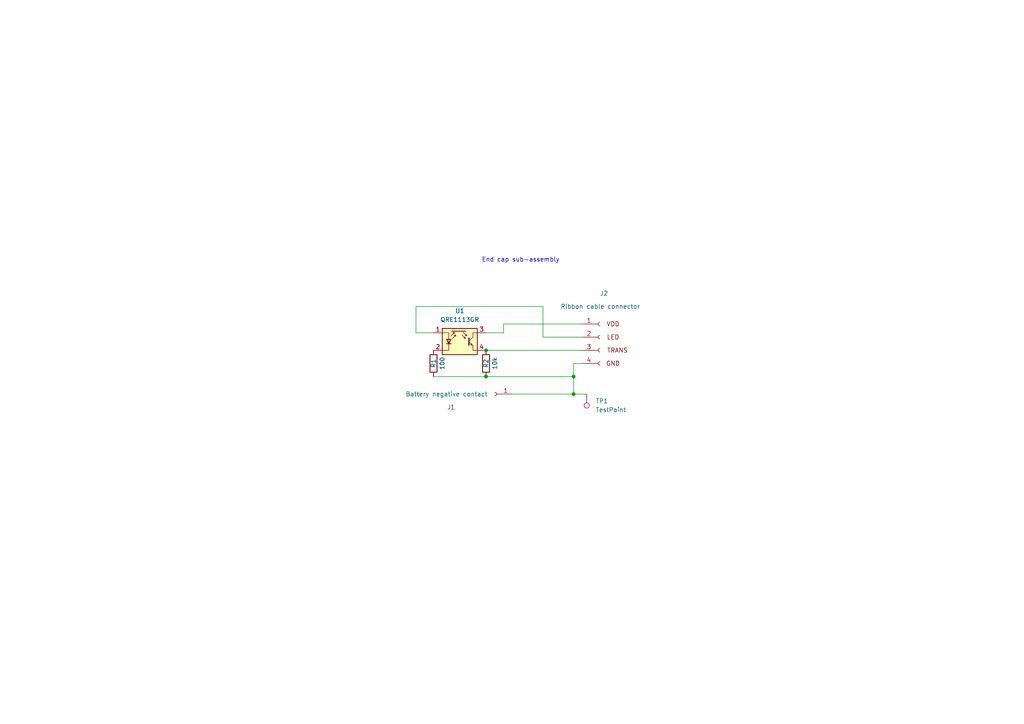
<source format=kicad_sch>
(kicad_sch (version 20211123) (generator eeschema)
  (paper "A4")
  (lib_symbols
    (symbol "Conn_01x04_Female_2" (pin_names (offset 1.016) hide)
      (property "Reference" "J6" (at 0 8.89 0))
      (property "Value" "Conn_01x04_Female_2" (at -11.43 5.08 0))
      (symbol "Conn_01x04_Female_2_0_0"
        (text "GND" (at 3.81 -11.43 0) (effects (font (size 1.27 1.27))))
        (text "LED" (at 3.81 -3.81 0) (effects (font (size 1.27 1.27))))
        (text "TRANS" (at 5.08 -7.62 0) (effects (font (size 1.27 1.27))))
        (text "VDD" (at 3.81 0 0) (effects (font (size 1.27 1.27))))
      )
      (symbol "Conn_01x04_Female_2_1_1"
        (arc (start 0 -10.922) (mid -0.508 -11.43) (end 0 -11.938) (stroke (width 0.1524)))
        (arc (start 0 -7.112) (mid -0.508 -7.62) (end 0 -8.128) (stroke (width 0.1524)))
        (arc (start 0 -3.302) (mid -0.508 -3.81) (end 0 -4.318) (stroke (width 0.1524)))
        (polyline (pts (xy -1.27 -11.43) (xy -0.508 -11.43)) (stroke (width 0.1524)))
        (polyline (pts (xy -1.27 -7.62) (xy -0.508 -7.62)) (stroke (width 0.1524)))
        (polyline (pts (xy -1.27 -3.81) (xy -0.508 -3.81)) (stroke (width 0.1524)))
        (polyline (pts (xy -1.27 0) (xy -0.508 0)) (stroke (width 0.1524)))
        (arc (start 0 0.508) (mid -0.508 0) (end 0 -0.508) (stroke (width 0.1524)))
        (pin power_out line (at -5.08 0 0) (length 3.81) (name "VDD") (number "1"))
        (pin bidirectional line (at -5.08 -3.81 0) (length 3.81) (name "SWDIO") (number "2"))
        (pin bidirectional line (at -5.08 -7.62 0) (length 3.81) (name "SWDCLK") (number "3"))
        (pin power_in line (at -5.08 -11.43 0) (length 3.81) (name "GND") (number "4"))
      )
    )
    (symbol "Connector:Conn_01x01_Female" (pin_names (offset 1.016) hide)
      (property "Reference" "J" (at 0 2.54 0))
      (property "Value" "Conn_01x01_Female" (at 0 -2.54 0))
      (symbol "Conn_01x01_Female_1_1"
        (polyline (pts (xy -1.27 0) (xy -0.508 0)) (stroke (width 0.1524)))
        (arc (start 0 0.508) (mid -0.508 0) (end 0 -0.508) (stroke (width 0.1524)))
        (pin passive line (at -5.08 0 0) (length 3.81) (name "Pin_1") (number "1"))
      )
    )
    (symbol "Connector:TestPoint" (pin_numbers hide) (pin_names (offset 0.762) hide)
      (property "Reference" "TP" (at 0 6.858 0))
      (property "Value" "TestPoint" (at 0 5.08 0))
      (symbol "TestPoint_0_1"
        (circle (center 0 3.302) (radius 0.762))
      )
      (symbol "TestPoint_1_1"
        (pin passive line (at 0 0 90) (length 2.54) (name "1") (number "1"))
      )
    )
    (symbol "Device:R" (pin_numbers hide) (pin_names (offset 0))
      (property "Reference" "R" (at 2.032 0 90))
      (property "Value" "R" (at 0 0 90))
      (symbol "R_0_1"
        (rectangle (start -1.016 -2.54) (end 1.016 2.54) (stroke (width 0.254)))
      )
      (symbol "R_1_1"
        (pin passive line (at 0 3.81 270) (length 1.27) (name "~") (number "1"))
        (pin passive line (at 0 -3.81 90) (length 1.27) (name "~") (number "2"))
      )
    )
    (symbol "Sensor_Proximity:QRE1113GR" (pin_names (offset 0.0254) hide)
      (property "Reference" "U" (at -3.81 5.08 0))
      (property "Value" "QRE1113GR" (at 11.43 5.08 0))
      (symbol "QRE1113GR_0_1"
        (polyline (pts (xy -3.81 -0.635) (xy -2.54 -0.635)) (stroke (width 0.254)))
        (polyline (pts (xy -2.286 2.921) (xy -2.032 3.175)))
        (polyline (pts (xy -1.778 2.921) (xy -1.524 3.175)))
        (polyline (pts (xy -1.524 2.667) (xy -1.651 2.159)))
        (polyline (pts (xy -1.27 2.921) (xy -1.016 3.175)))
        (polyline (pts (xy -1.143 1.905) (xy -1.27 1.397)))
        (polyline (pts (xy -0.762 2.921) (xy -0.508 3.175)))
        (polyline (pts (xy -0.254 2.921) (xy 0 3.175)))
        (polyline (pts (xy 0.254 2.921) (xy 0.508 3.175)))
        (polyline (pts (xy 0.762 2.921) (xy 1.016 3.175)))
        (polyline (pts (xy 1.27 2.921) (xy 1.524 3.175)))
        (polyline (pts (xy 1.651 0.889) (xy 1.143 1.016)))
        (polyline (pts (xy 1.778 2.921) (xy -2.413 2.921)))
        (polyline (pts (xy 2.032 1.651) (xy 1.524 1.778)))
        (polyline (pts (xy 2.667 -0.127) (xy 3.81 -1.27)))
        (polyline (pts (xy 2.667 0.127) (xy 3.81 1.27)))
        (polyline (pts (xy -2.54 1.651) (xy -1.524 2.667) (xy -2.032 2.54)))
        (polyline (pts (xy -2.159 0.889) (xy -1.143 1.905) (xy -1.651 1.778)))
        (polyline (pts (xy 0.635 1.905) (xy 1.651 0.889) (xy 1.524 1.397)))
        (polyline (pts (xy 1.016 2.667) (xy 2.032 1.651) (xy 1.905 2.159)))
        (polyline (pts (xy 2.667 1.016) (xy 2.667 -1.016) (xy 2.667 -1.016)) (stroke (width 0.3556)))
        (polyline (pts (xy 3.81 -1.27) (xy 3.81 -2.54) (xy 5.08 -2.54)))
        (polyline (pts (xy 3.81 1.27) (xy 3.81 2.54) (xy 5.08 2.54)))
        (polyline (pts (xy -5.08 -2.54) (xy -3.175 -2.54) (xy -3.175 2.54) (xy -5.08 2.54)))
        (polyline (pts (xy -3.175 -0.635) (xy -3.81 0.635) (xy -2.54 0.635) (xy -3.175 -0.635)) (stroke (width 0.254)))
        (polyline (pts (xy 3.683 -1.143) (xy 3.429 -0.635) (xy 3.175 -0.889) (xy 3.683 -1.143)))
        (polyline (pts (xy -5.08 -3.81) (xy 5.08 -3.81) (xy 5.08 3.81) (xy -5.08 3.81) (xy -5.08 -3.81)) (stroke (width 0.254)) (fill (type background)))
      )
      (symbol "QRE1113GR_1_1"
        (pin passive line (at -7.62 2.54 0) (length 2.54) (name "A") (number "1"))
        (pin passive line (at -7.62 -2.54 0) (length 2.54) (name "K") (number "2"))
        (pin open_collector line (at 7.62 2.54 180) (length 2.54) (name "~") (number "3"))
        (pin open_emitter line (at 7.62 -2.54 180) (length 2.54) (name "~") (number "4"))
      )
    )
  )
  (junction (at 140.97 101.6))
  (junction (at 140.97 109.22))
  (junction (at 166.37 114.3))
  (junction (at 166.37 109.22))
  (wire (pts (xy 166.37 114.3) (xy 170.18 114.3)))
  (wire (pts (xy 146.05 96.52) (xy 146.05 93.98)))
  (wire (pts (xy 120.65 96.52) (xy 125.73 96.52)))
  (wire (pts (xy 166.37 105.41) (xy 166.37 109.22)))
  (wire (pts (xy 157.48 97.79) (xy 168.91 97.79)))
  (wire (pts (xy 168.91 105.41) (xy 166.37 105.41)))
  (wire (pts (xy 125.73 109.22) (xy 140.97 109.22)))
  (wire (pts (xy 120.65 88.9) (xy 120.65 96.52)))
  (wire (pts (xy 166.37 114.3) (xy 166.37 109.22)))
  (wire (pts (xy 157.48 88.9) (xy 120.65 88.9)))
  (wire (pts (xy 148.59 114.3) (xy 166.37 114.3)))
  (wire (pts (xy 166.37 109.22) (xy 140.97 109.22)))
  (wire (pts (xy 146.05 93.98) (xy 168.91 93.98)))
  (wire (pts (xy 140.97 96.52) (xy 146.05 96.52)))
  (wire (pts (xy 140.97 101.6) (xy 168.91 101.6)))
  (wire (pts (xy 157.48 97.79) (xy 157.48 88.9)))
  (text "End cap sub-assembly" (at 139.7 76.2 0) (effects (font (size 1.27 1.27)) (justify left bottom)))
  (symbol (lib_id "Connector:TestPoint") (at 170.18 114.3 180) (unit 1)
    (property "Reference" "TP1" (at 172.72 116.3319 0) (effects (justify right)))
    (property "Value" "TestPoint" (at 172.72 118.8719 0) (effects (justify right)))
    (property "Footprint" "WARBL footprints:Batt_spring_pad" (effects hide))
  )
  (symbol (lib_name "Conn_01x04_Female_2") (lib_id "Connector:Conn_01x04_Female") (at 173.99 93.98 0) (unit 1)
    (property "Reference" "J2" (at 173.99 85.09 0) (effects (justify left)))
    (property "Value" "Ribbon cable connector" (at 162.56 88.9 0) (effects (justify left)))
    (property "Footprint" "WARBL footprints:Ribbon_connector" (effects hide))
  )
  (symbol (lib_id "Connector:Conn_01x01_Female") (at 143.51 114.3 0) (mirror y) (unit 1)
    (property "Reference" "J1" (at 130.81 118.11 0))
    (property "Value" "Battery negative contact" (at 129.54 114.3 0))
    (property "Footprint" "WARBL footprints:Batt contact" (effects hide))
  )
  (symbol (lib_id "Device:R") (at 140.97 105.41 0) (unit 1)
    (property "Reference" "R2" (at 140.97 105.41 90))
    (property "Value" "10k" (at 143.51 105.41 90))
    (property "Footprint" "Resistor_SMD:R_0603_1608Metric" (effects hide))
    (property "Datasheet" "http://industrial.panasonic.com/www-cgi/jvcr13pz.cgi?E+PZ+3+AOA0001+ERJ3GEYJ103V+7+WW" (effects hide))
    (property "Description" "10 kOhms ±5% 0.1W, 1/10W Chip Resistor 0603 (1608 Metric) Automotive AEC-Q200 Thick Film" (effects hide))
    (property "Manufacturer" "Panasonic" (effects hide))
    (property "Mfg Part #" "ERJ-3GEYJ103V" (effects hide))
    (property "Package" "0603" (effects hide))
    (property "MPN" "ERJ-3GEYJ103V" (effects hide))
  )
  (symbol (lib_id "Device:R") (at 125.73 105.41 0) (unit 1)
    (property "Reference" "R1" (at 125.73 105.41 90))
    (property "Value" "100" (at 128.27 105.41 90))
    (property "Footprint" "Resistor_SMD:R_0603_1608Metric" (effects hide))
    (property "Datasheet" "https://industrial.panasonic.com/cdbs/www-data/pdf/RDA0000/AOA0000C304.pdf" (effects hide))
    (property "Description" "100 Ohms ±1% 0.1W, 1/10W Chip Resistor 0603 (1608 Metric) Automotive AEC-Q200 Thick Film" (effects hide))
    (property "Manufacturer" "Panasonic" (effects hide))
    (property "Mfg Part #" "ERJ-3GEYJ101V" (effects hide))
    (property "Package" "0603" (effects hide))
    (property "MPN" "ERJ-3EKF1000V" (effects hide))
  )
  (symbol (lib_id "Sensor_Proximity:QRE1113GR") (at 133.35 99.06 0) (unit 1)
    (property "Reference" "U1" (at 133.35 90.17 0))
    (property "Value" "QRE1113GR" (at 133.35 92.71 0))
    (property "Footprint" "WARBL footprints:SMD4_2P90X3P60_ONS" (effects hide))
    (property "Datasheet" "http://www.onsemi.com/pub/Collateral/QRE1113-D.PDF" (effects hide))
  )
)
</source>
